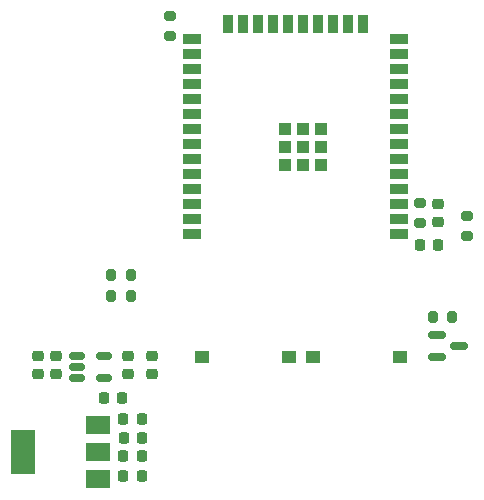
<source format=gbr>
%TF.GenerationSoftware,KiCad,Pcbnew,(7.0.0)*%
%TF.CreationDate,2023-12-20T20:41:28+01:00*%
%TF.ProjectId,board2,626f6172-6432-42e6-9b69-6361645f7063,rev?*%
%TF.SameCoordinates,Original*%
%TF.FileFunction,Paste,Top*%
%TF.FilePolarity,Positive*%
%FSLAX46Y46*%
G04 Gerber Fmt 4.6, Leading zero omitted, Abs format (unit mm)*
G04 Created by KiCad (PCBNEW (7.0.0)) date 2023-12-20 20:41:28*
%MOMM*%
%LPD*%
G01*
G04 APERTURE LIST*
G04 Aperture macros list*
%AMRoundRect*
0 Rectangle with rounded corners*
0 $1 Rounding radius*
0 $2 $3 $4 $5 $6 $7 $8 $9 X,Y pos of 4 corners*
0 Add a 4 corners polygon primitive as box body*
4,1,4,$2,$3,$4,$5,$6,$7,$8,$9,$2,$3,0*
0 Add four circle primitives for the rounded corners*
1,1,$1+$1,$2,$3*
1,1,$1+$1,$4,$5*
1,1,$1+$1,$6,$7*
1,1,$1+$1,$8,$9*
0 Add four rect primitives between the rounded corners*
20,1,$1+$1,$2,$3,$4,$5,0*
20,1,$1+$1,$4,$5,$6,$7,0*
20,1,$1+$1,$6,$7,$8,$9,0*
20,1,$1+$1,$8,$9,$2,$3,0*%
G04 Aperture macros list end*
%ADD10RoundRect,0.225000X0.250000X-0.225000X0.250000X0.225000X-0.250000X0.225000X-0.250000X-0.225000X0*%
%ADD11R,1.200000X1.000000*%
%ADD12RoundRect,0.200000X-0.200000X-0.275000X0.200000X-0.275000X0.200000X0.275000X-0.200000X0.275000X0*%
%ADD13RoundRect,0.225000X0.225000X0.250000X-0.225000X0.250000X-0.225000X-0.250000X0.225000X-0.250000X0*%
%ADD14RoundRect,0.150000X-0.587500X-0.150000X0.587500X-0.150000X0.587500X0.150000X-0.587500X0.150000X0*%
%ADD15RoundRect,0.200000X0.200000X0.275000X-0.200000X0.275000X-0.200000X-0.275000X0.200000X-0.275000X0*%
%ADD16RoundRect,0.225000X-0.225000X-0.250000X0.225000X-0.250000X0.225000X0.250000X-0.225000X0.250000X0*%
%ADD17R,1.500000X0.900000*%
%ADD18R,0.900000X1.500000*%
%ADD19R,1.050000X1.050000*%
%ADD20RoundRect,0.200000X0.275000X-0.200000X0.275000X0.200000X-0.275000X0.200000X-0.275000X-0.200000X0*%
%ADD21RoundRect,0.150000X-0.512500X-0.150000X0.512500X-0.150000X0.512500X0.150000X-0.512500X0.150000X0*%
%ADD22RoundRect,0.200000X-0.275000X0.200000X-0.275000X-0.200000X0.275000X-0.200000X0.275000X0.200000X0*%
%ADD23R,2.000000X1.500000*%
%ADD24R,2.000000X3.800000*%
%ADD25RoundRect,0.225000X-0.250000X0.225000X-0.250000X-0.225000X0.250000X-0.225000X0.250000X0.225000X0*%
G04 APERTURE END LIST*
D10*
%TO.C,C6*%
X176276000Y-126759000D03*
X176276000Y-125209000D03*
%TD*%
D11*
%TO.C,SW1*%
X199363999Y-125307999D03*
X191963999Y-125307999D03*
%TD*%
D12*
%TO.C,R39*%
X174880000Y-120142000D03*
X176530000Y-120142000D03*
%TD*%
D13*
%TO.C,C1*%
X177457000Y-133735500D03*
X175907000Y-133735500D03*
%TD*%
D14*
%TO.C,Q1*%
X202438000Y-123444000D03*
X202438000Y-125344000D03*
X204313000Y-124394000D03*
%TD*%
D10*
%TO.C,C8*%
X178308000Y-126759000D03*
X178308000Y-125209000D03*
%TD*%
D15*
%TO.C,R38*%
X176530000Y-118364000D03*
X174880000Y-118364000D03*
%TD*%
D16*
%TO.C,C53*%
X200985000Y-115824000D03*
X202535000Y-115824000D03*
%TD*%
D17*
%TO.C,U19*%
X199219999Y-114893999D03*
X199219999Y-113623999D03*
X199219999Y-112353999D03*
X199219999Y-111083999D03*
X199219999Y-109813999D03*
X199219999Y-108543999D03*
X199219999Y-107273999D03*
X199219999Y-106003999D03*
X199219999Y-104733999D03*
X199219999Y-103463999D03*
X199219999Y-102193999D03*
X199219999Y-100923999D03*
X199219999Y-99653999D03*
X199219999Y-98383999D03*
D18*
X196179999Y-97133999D03*
X194909999Y-97133999D03*
X193639999Y-97133999D03*
X192369999Y-97133999D03*
X191099999Y-97133999D03*
X189829999Y-97133999D03*
X188559999Y-97133999D03*
X187289999Y-97133999D03*
X186019999Y-97133999D03*
X184749999Y-97133999D03*
D17*
X181719999Y-98383999D03*
X181719999Y-99653999D03*
X181719999Y-100923999D03*
X181719999Y-102193999D03*
X181719999Y-103463999D03*
X181719999Y-104733999D03*
X181719999Y-106003999D03*
X181719999Y-107273999D03*
X181719999Y-108543999D03*
X181719999Y-109813999D03*
X181719999Y-111083999D03*
X181719999Y-112353999D03*
X181719999Y-113623999D03*
X181719999Y-114893999D03*
D19*
X192674999Y-109078999D03*
X192674999Y-107553999D03*
X192674999Y-106028999D03*
X191149999Y-109078999D03*
X191149999Y-107553999D03*
X191149999Y-106028999D03*
X189624999Y-109078999D03*
X189624999Y-107553999D03*
X189624999Y-106028999D03*
%TD*%
D11*
%TO.C,SW3*%
X182565999Y-125307999D03*
X189965999Y-125307999D03*
%TD*%
D13*
%TO.C,C7*%
X177444000Y-135361100D03*
X175894000Y-135361100D03*
%TD*%
D20*
%TO.C,R86*%
X200998000Y-113941000D03*
X200998000Y-112291000D03*
%TD*%
D13*
%TO.C,C4*%
X177470000Y-132160700D03*
X175920000Y-132160700D03*
%TD*%
%TO.C,C51*%
X175781000Y-128778000D03*
X174231000Y-128778000D03*
%TD*%
D10*
%TO.C,C3*%
X168656000Y-126759000D03*
X168656000Y-125209000D03*
%TD*%
D21*
%TO.C,U20*%
X171969000Y-125222000D03*
X171969000Y-126172000D03*
X171969000Y-127122000D03*
X174244000Y-127122000D03*
X174244000Y-125222000D03*
%TD*%
D13*
%TO.C,C2*%
X177457000Y-130535100D03*
X175907000Y-130535100D03*
%TD*%
D22*
%TO.C,R87*%
X179832000Y-96457000D03*
X179832000Y-98107000D03*
%TD*%
D23*
%TO.C,U1*%
X173735999Y-135663999D03*
X173735999Y-133363999D03*
D24*
X167435999Y-133363999D03*
D23*
X173735999Y-131063999D03*
%TD*%
D10*
%TO.C,C5*%
X170180000Y-126759000D03*
X170180000Y-125209000D03*
%TD*%
D15*
%TO.C,R1*%
X203771000Y-121920000D03*
X202121000Y-121920000D03*
%TD*%
D22*
%TO.C,R2*%
X204978000Y-113412000D03*
X204978000Y-115062000D03*
%TD*%
D25*
%TO.C,C52*%
X202522000Y-112328000D03*
X202522000Y-113878000D03*
%TD*%
M02*

</source>
